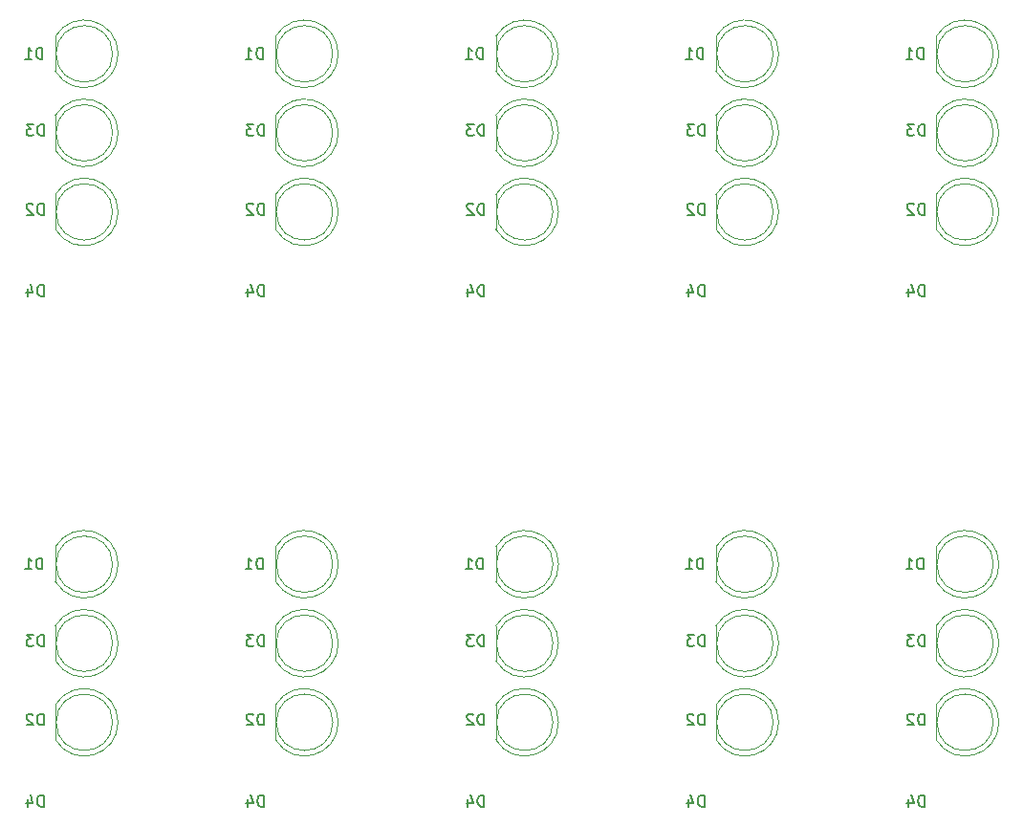
<source format=gbr>
%TF.GenerationSoftware,KiCad,Pcbnew,(5.1.9)-1*%
%TF.CreationDate,2022-04-08T02:00:15+08:00*%
%TF.ProjectId,LED_panelize,4c45445f-7061-46e6-956c-697a652e6b69,rev?*%
%TF.SameCoordinates,Original*%
%TF.FileFunction,Legend,Bot*%
%TF.FilePolarity,Positive*%
%FSLAX46Y46*%
G04 Gerber Fmt 4.6, Leading zero omitted, Abs format (unit mm)*
G04 Created by KiCad (PCBNEW (5.1.9)-1) date 2022-04-08 02:00:15*
%MOMM*%
%LPD*%
G01*
G04 APERTURE LIST*
%ADD10C,0.120000*%
%ADD11C,0.150000*%
G04 APERTURE END LIST*
D10*
%TO.C,D2*%
X179035000Y-127999538D02*
G75*
G02*
X173485000Y-129544830I-2990000J-462D01*
G01*
X179035000Y-128000462D02*
G75*
G03*
X173485000Y-126455170I-2990000J462D01*
G01*
X178545000Y-128000000D02*
G75*
G03*
X178545000Y-128000000I-2500000J0D01*
G01*
X173485000Y-129545000D02*
X173485000Y-126455000D01*
X159535000Y-127999538D02*
G75*
G02*
X153985000Y-129544830I-2990000J-462D01*
G01*
X159535000Y-128000462D02*
G75*
G03*
X153985000Y-126455170I-2990000J462D01*
G01*
X159045000Y-128000000D02*
G75*
G03*
X159045000Y-128000000I-2500000J0D01*
G01*
X153985000Y-129545000D02*
X153985000Y-126455000D01*
X140035000Y-127999538D02*
G75*
G02*
X134485000Y-129544830I-2990000J-462D01*
G01*
X140035000Y-128000462D02*
G75*
G03*
X134485000Y-126455170I-2990000J462D01*
G01*
X139545000Y-128000000D02*
G75*
G03*
X139545000Y-128000000I-2500000J0D01*
G01*
X134485000Y-129545000D02*
X134485000Y-126455000D01*
X120535000Y-127999538D02*
G75*
G02*
X114985000Y-129544830I-2990000J-462D01*
G01*
X120535000Y-128000462D02*
G75*
G03*
X114985000Y-126455170I-2990000J462D01*
G01*
X120045000Y-128000000D02*
G75*
G03*
X120045000Y-128000000I-2500000J0D01*
G01*
X114985000Y-129545000D02*
X114985000Y-126455000D01*
X101035000Y-127999538D02*
G75*
G02*
X95485000Y-129544830I-2990000J-462D01*
G01*
X101035000Y-128000462D02*
G75*
G03*
X95485000Y-126455170I-2990000J462D01*
G01*
X100545000Y-128000000D02*
G75*
G03*
X100545000Y-128000000I-2500000J0D01*
G01*
X95485000Y-129545000D02*
X95485000Y-126455000D01*
X179035000Y-82799538D02*
G75*
G02*
X173485000Y-84344830I-2990000J-462D01*
G01*
X179035000Y-82800462D02*
G75*
G03*
X173485000Y-81255170I-2990000J462D01*
G01*
X178545000Y-82800000D02*
G75*
G03*
X178545000Y-82800000I-2500000J0D01*
G01*
X173485000Y-84345000D02*
X173485000Y-81255000D01*
X159535000Y-82799538D02*
G75*
G02*
X153985000Y-84344830I-2990000J-462D01*
G01*
X159535000Y-82800462D02*
G75*
G03*
X153985000Y-81255170I-2990000J462D01*
G01*
X159045000Y-82800000D02*
G75*
G03*
X159045000Y-82800000I-2500000J0D01*
G01*
X153985000Y-84345000D02*
X153985000Y-81255000D01*
X140035000Y-82799538D02*
G75*
G02*
X134485000Y-84344830I-2990000J-462D01*
G01*
X140035000Y-82800462D02*
G75*
G03*
X134485000Y-81255170I-2990000J462D01*
G01*
X139545000Y-82800000D02*
G75*
G03*
X139545000Y-82800000I-2500000J0D01*
G01*
X134485000Y-84345000D02*
X134485000Y-81255000D01*
X120535000Y-82799538D02*
G75*
G02*
X114985000Y-84344830I-2990000J-462D01*
G01*
X120535000Y-82800462D02*
G75*
G03*
X114985000Y-81255170I-2990000J462D01*
G01*
X120045000Y-82800000D02*
G75*
G03*
X120045000Y-82800000I-2500000J0D01*
G01*
X114985000Y-84345000D02*
X114985000Y-81255000D01*
%TO.C,D1*%
X179035000Y-113999538D02*
G75*
G02*
X173485000Y-115544830I-2990000J-462D01*
G01*
X179035000Y-114000462D02*
G75*
G03*
X173485000Y-112455170I-2990000J462D01*
G01*
X178545000Y-114000000D02*
G75*
G03*
X178545000Y-114000000I-2500000J0D01*
G01*
X173485000Y-115545000D02*
X173485000Y-112455000D01*
X159535000Y-113999538D02*
G75*
G02*
X153985000Y-115544830I-2990000J-462D01*
G01*
X159535000Y-114000462D02*
G75*
G03*
X153985000Y-112455170I-2990000J462D01*
G01*
X159045000Y-114000000D02*
G75*
G03*
X159045000Y-114000000I-2500000J0D01*
G01*
X153985000Y-115545000D02*
X153985000Y-112455000D01*
X140035000Y-113999538D02*
G75*
G02*
X134485000Y-115544830I-2990000J-462D01*
G01*
X140035000Y-114000462D02*
G75*
G03*
X134485000Y-112455170I-2990000J462D01*
G01*
X139545000Y-114000000D02*
G75*
G03*
X139545000Y-114000000I-2500000J0D01*
G01*
X134485000Y-115545000D02*
X134485000Y-112455000D01*
X120535000Y-113999538D02*
G75*
G02*
X114985000Y-115544830I-2990000J-462D01*
G01*
X120535000Y-114000462D02*
G75*
G03*
X114985000Y-112455170I-2990000J462D01*
G01*
X120045000Y-114000000D02*
G75*
G03*
X120045000Y-114000000I-2500000J0D01*
G01*
X114985000Y-115545000D02*
X114985000Y-112455000D01*
X101035000Y-113999538D02*
G75*
G02*
X95485000Y-115544830I-2990000J-462D01*
G01*
X101035000Y-114000462D02*
G75*
G03*
X95485000Y-112455170I-2990000J462D01*
G01*
X100545000Y-114000000D02*
G75*
G03*
X100545000Y-114000000I-2500000J0D01*
G01*
X95485000Y-115545000D02*
X95485000Y-112455000D01*
X179035000Y-68799538D02*
G75*
G02*
X173485000Y-70344830I-2990000J-462D01*
G01*
X179035000Y-68800462D02*
G75*
G03*
X173485000Y-67255170I-2990000J462D01*
G01*
X178545000Y-68800000D02*
G75*
G03*
X178545000Y-68800000I-2500000J0D01*
G01*
X173485000Y-70345000D02*
X173485000Y-67255000D01*
X159535000Y-68799538D02*
G75*
G02*
X153985000Y-70344830I-2990000J-462D01*
G01*
X159535000Y-68800462D02*
G75*
G03*
X153985000Y-67255170I-2990000J462D01*
G01*
X159045000Y-68800000D02*
G75*
G03*
X159045000Y-68800000I-2500000J0D01*
G01*
X153985000Y-70345000D02*
X153985000Y-67255000D01*
X140035000Y-68799538D02*
G75*
G02*
X134485000Y-70344830I-2990000J-462D01*
G01*
X140035000Y-68800462D02*
G75*
G03*
X134485000Y-67255170I-2990000J462D01*
G01*
X139545000Y-68800000D02*
G75*
G03*
X139545000Y-68800000I-2500000J0D01*
G01*
X134485000Y-70345000D02*
X134485000Y-67255000D01*
X120535000Y-68799538D02*
G75*
G02*
X114985000Y-70344830I-2990000J-462D01*
G01*
X120535000Y-68800462D02*
G75*
G03*
X114985000Y-67255170I-2990000J462D01*
G01*
X120045000Y-68800000D02*
G75*
G03*
X120045000Y-68800000I-2500000J0D01*
G01*
X114985000Y-70345000D02*
X114985000Y-67255000D01*
%TO.C,D3*%
X179035000Y-120999538D02*
G75*
G02*
X173485000Y-122544830I-2990000J-462D01*
G01*
X179035000Y-121000462D02*
G75*
G03*
X173485000Y-119455170I-2990000J462D01*
G01*
X178545000Y-121000000D02*
G75*
G03*
X178545000Y-121000000I-2500000J0D01*
G01*
X173485000Y-122545000D02*
X173485000Y-119455000D01*
X159535000Y-120999538D02*
G75*
G02*
X153985000Y-122544830I-2990000J-462D01*
G01*
X159535000Y-121000462D02*
G75*
G03*
X153985000Y-119455170I-2990000J462D01*
G01*
X159045000Y-121000000D02*
G75*
G03*
X159045000Y-121000000I-2500000J0D01*
G01*
X153985000Y-122545000D02*
X153985000Y-119455000D01*
X140035000Y-120999538D02*
G75*
G02*
X134485000Y-122544830I-2990000J-462D01*
G01*
X140035000Y-121000462D02*
G75*
G03*
X134485000Y-119455170I-2990000J462D01*
G01*
X139545000Y-121000000D02*
G75*
G03*
X139545000Y-121000000I-2500000J0D01*
G01*
X134485000Y-122545000D02*
X134485000Y-119455000D01*
X120535000Y-120999538D02*
G75*
G02*
X114985000Y-122544830I-2990000J-462D01*
G01*
X120535000Y-121000462D02*
G75*
G03*
X114985000Y-119455170I-2990000J462D01*
G01*
X120045000Y-121000000D02*
G75*
G03*
X120045000Y-121000000I-2500000J0D01*
G01*
X114985000Y-122545000D02*
X114985000Y-119455000D01*
X101035000Y-120999538D02*
G75*
G02*
X95485000Y-122544830I-2990000J-462D01*
G01*
X101035000Y-121000462D02*
G75*
G03*
X95485000Y-119455170I-2990000J462D01*
G01*
X100545000Y-121000000D02*
G75*
G03*
X100545000Y-121000000I-2500000J0D01*
G01*
X95485000Y-122545000D02*
X95485000Y-119455000D01*
X179035000Y-75799538D02*
G75*
G02*
X173485000Y-77344830I-2990000J-462D01*
G01*
X179035000Y-75800462D02*
G75*
G03*
X173485000Y-74255170I-2990000J462D01*
G01*
X178545000Y-75800000D02*
G75*
G03*
X178545000Y-75800000I-2500000J0D01*
G01*
X173485000Y-77345000D02*
X173485000Y-74255000D01*
X159535000Y-75799538D02*
G75*
G02*
X153985000Y-77344830I-2990000J-462D01*
G01*
X159535000Y-75800462D02*
G75*
G03*
X153985000Y-74255170I-2990000J462D01*
G01*
X159045000Y-75800000D02*
G75*
G03*
X159045000Y-75800000I-2500000J0D01*
G01*
X153985000Y-77345000D02*
X153985000Y-74255000D01*
X140035000Y-75799538D02*
G75*
G02*
X134485000Y-77344830I-2990000J-462D01*
G01*
X140035000Y-75800462D02*
G75*
G03*
X134485000Y-74255170I-2990000J462D01*
G01*
X139545000Y-75800000D02*
G75*
G03*
X139545000Y-75800000I-2500000J0D01*
G01*
X134485000Y-77345000D02*
X134485000Y-74255000D01*
X120535000Y-75799538D02*
G75*
G02*
X114985000Y-77344830I-2990000J-462D01*
G01*
X120535000Y-75800462D02*
G75*
G03*
X114985000Y-74255170I-2990000J462D01*
G01*
X120045000Y-75800000D02*
G75*
G03*
X120045000Y-75800000I-2500000J0D01*
G01*
X114985000Y-77345000D02*
X114985000Y-74255000D01*
X95485000Y-77345000D02*
X95485000Y-74255000D01*
X100545000Y-75800000D02*
G75*
G03*
X100545000Y-75800000I-2500000J0D01*
G01*
X101035000Y-75800462D02*
G75*
G03*
X95485000Y-74255170I-2990000J462D01*
G01*
X101035000Y-75799538D02*
G75*
G02*
X95485000Y-77344830I-2990000J-462D01*
G01*
%TO.C,D2*%
X95485000Y-84345000D02*
X95485000Y-81255000D01*
X100545000Y-82800000D02*
G75*
G03*
X100545000Y-82800000I-2500000J0D01*
G01*
X101035000Y-82800462D02*
G75*
G03*
X95485000Y-81255170I-2990000J462D01*
G01*
X101035000Y-82799538D02*
G75*
G02*
X95485000Y-84344830I-2990000J-462D01*
G01*
%TO.C,D1*%
X95485000Y-70345000D02*
X95485000Y-67255000D01*
X100545000Y-68800000D02*
G75*
G03*
X100545000Y-68800000I-2500000J0D01*
G01*
X101035000Y-68800462D02*
G75*
G03*
X95485000Y-67255170I-2990000J462D01*
G01*
X101035000Y-68799538D02*
G75*
G02*
X95485000Y-70344830I-2990000J-462D01*
G01*
%TO.C,D4*%
D11*
X172438095Y-135452380D02*
X172438095Y-134452380D01*
X172200000Y-134452380D01*
X172057142Y-134500000D01*
X171961904Y-134595238D01*
X171914285Y-134690476D01*
X171866666Y-134880952D01*
X171866666Y-135023809D01*
X171914285Y-135214285D01*
X171961904Y-135309523D01*
X172057142Y-135404761D01*
X172200000Y-135452380D01*
X172438095Y-135452380D01*
X171009523Y-134785714D02*
X171009523Y-135452380D01*
X171247619Y-134404761D02*
X171485714Y-135119047D01*
X170866666Y-135119047D01*
X152938095Y-135452380D02*
X152938095Y-134452380D01*
X152700000Y-134452380D01*
X152557142Y-134500000D01*
X152461904Y-134595238D01*
X152414285Y-134690476D01*
X152366666Y-134880952D01*
X152366666Y-135023809D01*
X152414285Y-135214285D01*
X152461904Y-135309523D01*
X152557142Y-135404761D01*
X152700000Y-135452380D01*
X152938095Y-135452380D01*
X151509523Y-134785714D02*
X151509523Y-135452380D01*
X151747619Y-134404761D02*
X151985714Y-135119047D01*
X151366666Y-135119047D01*
X133438095Y-135452380D02*
X133438095Y-134452380D01*
X133200000Y-134452380D01*
X133057142Y-134500000D01*
X132961904Y-134595238D01*
X132914285Y-134690476D01*
X132866666Y-134880952D01*
X132866666Y-135023809D01*
X132914285Y-135214285D01*
X132961904Y-135309523D01*
X133057142Y-135404761D01*
X133200000Y-135452380D01*
X133438095Y-135452380D01*
X132009523Y-134785714D02*
X132009523Y-135452380D01*
X132247619Y-134404761D02*
X132485714Y-135119047D01*
X131866666Y-135119047D01*
X113938095Y-135452380D02*
X113938095Y-134452380D01*
X113700000Y-134452380D01*
X113557142Y-134500000D01*
X113461904Y-134595238D01*
X113414285Y-134690476D01*
X113366666Y-134880952D01*
X113366666Y-135023809D01*
X113414285Y-135214285D01*
X113461904Y-135309523D01*
X113557142Y-135404761D01*
X113700000Y-135452380D01*
X113938095Y-135452380D01*
X112509523Y-134785714D02*
X112509523Y-135452380D01*
X112747619Y-134404761D02*
X112985714Y-135119047D01*
X112366666Y-135119047D01*
X94438095Y-135452380D02*
X94438095Y-134452380D01*
X94200000Y-134452380D01*
X94057142Y-134500000D01*
X93961904Y-134595238D01*
X93914285Y-134690476D01*
X93866666Y-134880952D01*
X93866666Y-135023809D01*
X93914285Y-135214285D01*
X93961904Y-135309523D01*
X94057142Y-135404761D01*
X94200000Y-135452380D01*
X94438095Y-135452380D01*
X93009523Y-134785714D02*
X93009523Y-135452380D01*
X93247619Y-134404761D02*
X93485714Y-135119047D01*
X92866666Y-135119047D01*
X172438095Y-90252380D02*
X172438095Y-89252380D01*
X172200000Y-89252380D01*
X172057142Y-89300000D01*
X171961904Y-89395238D01*
X171914285Y-89490476D01*
X171866666Y-89680952D01*
X171866666Y-89823809D01*
X171914285Y-90014285D01*
X171961904Y-90109523D01*
X172057142Y-90204761D01*
X172200000Y-90252380D01*
X172438095Y-90252380D01*
X171009523Y-89585714D02*
X171009523Y-90252380D01*
X171247619Y-89204761D02*
X171485714Y-89919047D01*
X170866666Y-89919047D01*
X152938095Y-90252380D02*
X152938095Y-89252380D01*
X152700000Y-89252380D01*
X152557142Y-89300000D01*
X152461904Y-89395238D01*
X152414285Y-89490476D01*
X152366666Y-89680952D01*
X152366666Y-89823809D01*
X152414285Y-90014285D01*
X152461904Y-90109523D01*
X152557142Y-90204761D01*
X152700000Y-90252380D01*
X152938095Y-90252380D01*
X151509523Y-89585714D02*
X151509523Y-90252380D01*
X151747619Y-89204761D02*
X151985714Y-89919047D01*
X151366666Y-89919047D01*
X133438095Y-90252380D02*
X133438095Y-89252380D01*
X133200000Y-89252380D01*
X133057142Y-89300000D01*
X132961904Y-89395238D01*
X132914285Y-89490476D01*
X132866666Y-89680952D01*
X132866666Y-89823809D01*
X132914285Y-90014285D01*
X132961904Y-90109523D01*
X133057142Y-90204761D01*
X133200000Y-90252380D01*
X133438095Y-90252380D01*
X132009523Y-89585714D02*
X132009523Y-90252380D01*
X132247619Y-89204761D02*
X132485714Y-89919047D01*
X131866666Y-89919047D01*
X113938095Y-90252380D02*
X113938095Y-89252380D01*
X113700000Y-89252380D01*
X113557142Y-89300000D01*
X113461904Y-89395238D01*
X113414285Y-89490476D01*
X113366666Y-89680952D01*
X113366666Y-89823809D01*
X113414285Y-90014285D01*
X113461904Y-90109523D01*
X113557142Y-90204761D01*
X113700000Y-90252380D01*
X113938095Y-90252380D01*
X112509523Y-89585714D02*
X112509523Y-90252380D01*
X112747619Y-89204761D02*
X112985714Y-89919047D01*
X112366666Y-89919047D01*
%TO.C,D2*%
X172438095Y-128252380D02*
X172438095Y-127252380D01*
X172200000Y-127252380D01*
X172057142Y-127300000D01*
X171961904Y-127395238D01*
X171914285Y-127490476D01*
X171866666Y-127680952D01*
X171866666Y-127823809D01*
X171914285Y-128014285D01*
X171961904Y-128109523D01*
X172057142Y-128204761D01*
X172200000Y-128252380D01*
X172438095Y-128252380D01*
X171485714Y-127347619D02*
X171438095Y-127300000D01*
X171342857Y-127252380D01*
X171104761Y-127252380D01*
X171009523Y-127300000D01*
X170961904Y-127347619D01*
X170914285Y-127442857D01*
X170914285Y-127538095D01*
X170961904Y-127680952D01*
X171533333Y-128252380D01*
X170914285Y-128252380D01*
X152938095Y-128252380D02*
X152938095Y-127252380D01*
X152700000Y-127252380D01*
X152557142Y-127300000D01*
X152461904Y-127395238D01*
X152414285Y-127490476D01*
X152366666Y-127680952D01*
X152366666Y-127823809D01*
X152414285Y-128014285D01*
X152461904Y-128109523D01*
X152557142Y-128204761D01*
X152700000Y-128252380D01*
X152938095Y-128252380D01*
X151985714Y-127347619D02*
X151938095Y-127300000D01*
X151842857Y-127252380D01*
X151604761Y-127252380D01*
X151509523Y-127300000D01*
X151461904Y-127347619D01*
X151414285Y-127442857D01*
X151414285Y-127538095D01*
X151461904Y-127680952D01*
X152033333Y-128252380D01*
X151414285Y-128252380D01*
X133438095Y-128252380D02*
X133438095Y-127252380D01*
X133200000Y-127252380D01*
X133057142Y-127300000D01*
X132961904Y-127395238D01*
X132914285Y-127490476D01*
X132866666Y-127680952D01*
X132866666Y-127823809D01*
X132914285Y-128014285D01*
X132961904Y-128109523D01*
X133057142Y-128204761D01*
X133200000Y-128252380D01*
X133438095Y-128252380D01*
X132485714Y-127347619D02*
X132438095Y-127300000D01*
X132342857Y-127252380D01*
X132104761Y-127252380D01*
X132009523Y-127300000D01*
X131961904Y-127347619D01*
X131914285Y-127442857D01*
X131914285Y-127538095D01*
X131961904Y-127680952D01*
X132533333Y-128252380D01*
X131914285Y-128252380D01*
X113938095Y-128252380D02*
X113938095Y-127252380D01*
X113700000Y-127252380D01*
X113557142Y-127300000D01*
X113461904Y-127395238D01*
X113414285Y-127490476D01*
X113366666Y-127680952D01*
X113366666Y-127823809D01*
X113414285Y-128014285D01*
X113461904Y-128109523D01*
X113557142Y-128204761D01*
X113700000Y-128252380D01*
X113938095Y-128252380D01*
X112985714Y-127347619D02*
X112938095Y-127300000D01*
X112842857Y-127252380D01*
X112604761Y-127252380D01*
X112509523Y-127300000D01*
X112461904Y-127347619D01*
X112414285Y-127442857D01*
X112414285Y-127538095D01*
X112461904Y-127680952D01*
X113033333Y-128252380D01*
X112414285Y-128252380D01*
X94438095Y-128252380D02*
X94438095Y-127252380D01*
X94200000Y-127252380D01*
X94057142Y-127300000D01*
X93961904Y-127395238D01*
X93914285Y-127490476D01*
X93866666Y-127680952D01*
X93866666Y-127823809D01*
X93914285Y-128014285D01*
X93961904Y-128109523D01*
X94057142Y-128204761D01*
X94200000Y-128252380D01*
X94438095Y-128252380D01*
X93485714Y-127347619D02*
X93438095Y-127300000D01*
X93342857Y-127252380D01*
X93104761Y-127252380D01*
X93009523Y-127300000D01*
X92961904Y-127347619D01*
X92914285Y-127442857D01*
X92914285Y-127538095D01*
X92961904Y-127680952D01*
X93533333Y-128252380D01*
X92914285Y-128252380D01*
X172438095Y-83052380D02*
X172438095Y-82052380D01*
X172200000Y-82052380D01*
X172057142Y-82100000D01*
X171961904Y-82195238D01*
X171914285Y-82290476D01*
X171866666Y-82480952D01*
X171866666Y-82623809D01*
X171914285Y-82814285D01*
X171961904Y-82909523D01*
X172057142Y-83004761D01*
X172200000Y-83052380D01*
X172438095Y-83052380D01*
X171485714Y-82147619D02*
X171438095Y-82100000D01*
X171342857Y-82052380D01*
X171104761Y-82052380D01*
X171009523Y-82100000D01*
X170961904Y-82147619D01*
X170914285Y-82242857D01*
X170914285Y-82338095D01*
X170961904Y-82480952D01*
X171533333Y-83052380D01*
X170914285Y-83052380D01*
X152938095Y-83052380D02*
X152938095Y-82052380D01*
X152700000Y-82052380D01*
X152557142Y-82100000D01*
X152461904Y-82195238D01*
X152414285Y-82290476D01*
X152366666Y-82480952D01*
X152366666Y-82623809D01*
X152414285Y-82814285D01*
X152461904Y-82909523D01*
X152557142Y-83004761D01*
X152700000Y-83052380D01*
X152938095Y-83052380D01*
X151985714Y-82147619D02*
X151938095Y-82100000D01*
X151842857Y-82052380D01*
X151604761Y-82052380D01*
X151509523Y-82100000D01*
X151461904Y-82147619D01*
X151414285Y-82242857D01*
X151414285Y-82338095D01*
X151461904Y-82480952D01*
X152033333Y-83052380D01*
X151414285Y-83052380D01*
X133438095Y-83052380D02*
X133438095Y-82052380D01*
X133200000Y-82052380D01*
X133057142Y-82100000D01*
X132961904Y-82195238D01*
X132914285Y-82290476D01*
X132866666Y-82480952D01*
X132866666Y-82623809D01*
X132914285Y-82814285D01*
X132961904Y-82909523D01*
X133057142Y-83004761D01*
X133200000Y-83052380D01*
X133438095Y-83052380D01*
X132485714Y-82147619D02*
X132438095Y-82100000D01*
X132342857Y-82052380D01*
X132104761Y-82052380D01*
X132009523Y-82100000D01*
X131961904Y-82147619D01*
X131914285Y-82242857D01*
X131914285Y-82338095D01*
X131961904Y-82480952D01*
X132533333Y-83052380D01*
X131914285Y-83052380D01*
X113938095Y-83052380D02*
X113938095Y-82052380D01*
X113700000Y-82052380D01*
X113557142Y-82100000D01*
X113461904Y-82195238D01*
X113414285Y-82290476D01*
X113366666Y-82480952D01*
X113366666Y-82623809D01*
X113414285Y-82814285D01*
X113461904Y-82909523D01*
X113557142Y-83004761D01*
X113700000Y-83052380D01*
X113938095Y-83052380D01*
X112985714Y-82147619D02*
X112938095Y-82100000D01*
X112842857Y-82052380D01*
X112604761Y-82052380D01*
X112509523Y-82100000D01*
X112461904Y-82147619D01*
X112414285Y-82242857D01*
X112414285Y-82338095D01*
X112461904Y-82480952D01*
X113033333Y-83052380D01*
X112414285Y-83052380D01*
%TO.C,D1*%
X172338095Y-114452380D02*
X172338095Y-113452380D01*
X172100000Y-113452380D01*
X171957142Y-113500000D01*
X171861904Y-113595238D01*
X171814285Y-113690476D01*
X171766666Y-113880952D01*
X171766666Y-114023809D01*
X171814285Y-114214285D01*
X171861904Y-114309523D01*
X171957142Y-114404761D01*
X172100000Y-114452380D01*
X172338095Y-114452380D01*
X170814285Y-114452380D02*
X171385714Y-114452380D01*
X171100000Y-114452380D02*
X171100000Y-113452380D01*
X171195238Y-113595238D01*
X171290476Y-113690476D01*
X171385714Y-113738095D01*
X152838095Y-114452380D02*
X152838095Y-113452380D01*
X152600000Y-113452380D01*
X152457142Y-113500000D01*
X152361904Y-113595238D01*
X152314285Y-113690476D01*
X152266666Y-113880952D01*
X152266666Y-114023809D01*
X152314285Y-114214285D01*
X152361904Y-114309523D01*
X152457142Y-114404761D01*
X152600000Y-114452380D01*
X152838095Y-114452380D01*
X151314285Y-114452380D02*
X151885714Y-114452380D01*
X151600000Y-114452380D02*
X151600000Y-113452380D01*
X151695238Y-113595238D01*
X151790476Y-113690476D01*
X151885714Y-113738095D01*
X133338095Y-114452380D02*
X133338095Y-113452380D01*
X133100000Y-113452380D01*
X132957142Y-113500000D01*
X132861904Y-113595238D01*
X132814285Y-113690476D01*
X132766666Y-113880952D01*
X132766666Y-114023809D01*
X132814285Y-114214285D01*
X132861904Y-114309523D01*
X132957142Y-114404761D01*
X133100000Y-114452380D01*
X133338095Y-114452380D01*
X131814285Y-114452380D02*
X132385714Y-114452380D01*
X132100000Y-114452380D02*
X132100000Y-113452380D01*
X132195238Y-113595238D01*
X132290476Y-113690476D01*
X132385714Y-113738095D01*
X113838095Y-114452380D02*
X113838095Y-113452380D01*
X113600000Y-113452380D01*
X113457142Y-113500000D01*
X113361904Y-113595238D01*
X113314285Y-113690476D01*
X113266666Y-113880952D01*
X113266666Y-114023809D01*
X113314285Y-114214285D01*
X113361904Y-114309523D01*
X113457142Y-114404761D01*
X113600000Y-114452380D01*
X113838095Y-114452380D01*
X112314285Y-114452380D02*
X112885714Y-114452380D01*
X112600000Y-114452380D02*
X112600000Y-113452380D01*
X112695238Y-113595238D01*
X112790476Y-113690476D01*
X112885714Y-113738095D01*
X94338095Y-114452380D02*
X94338095Y-113452380D01*
X94100000Y-113452380D01*
X93957142Y-113500000D01*
X93861904Y-113595238D01*
X93814285Y-113690476D01*
X93766666Y-113880952D01*
X93766666Y-114023809D01*
X93814285Y-114214285D01*
X93861904Y-114309523D01*
X93957142Y-114404761D01*
X94100000Y-114452380D01*
X94338095Y-114452380D01*
X92814285Y-114452380D02*
X93385714Y-114452380D01*
X93100000Y-114452380D02*
X93100000Y-113452380D01*
X93195238Y-113595238D01*
X93290476Y-113690476D01*
X93385714Y-113738095D01*
X172338095Y-69252380D02*
X172338095Y-68252380D01*
X172100000Y-68252380D01*
X171957142Y-68300000D01*
X171861904Y-68395238D01*
X171814285Y-68490476D01*
X171766666Y-68680952D01*
X171766666Y-68823809D01*
X171814285Y-69014285D01*
X171861904Y-69109523D01*
X171957142Y-69204761D01*
X172100000Y-69252380D01*
X172338095Y-69252380D01*
X170814285Y-69252380D02*
X171385714Y-69252380D01*
X171100000Y-69252380D02*
X171100000Y-68252380D01*
X171195238Y-68395238D01*
X171290476Y-68490476D01*
X171385714Y-68538095D01*
X152838095Y-69252380D02*
X152838095Y-68252380D01*
X152600000Y-68252380D01*
X152457142Y-68300000D01*
X152361904Y-68395238D01*
X152314285Y-68490476D01*
X152266666Y-68680952D01*
X152266666Y-68823809D01*
X152314285Y-69014285D01*
X152361904Y-69109523D01*
X152457142Y-69204761D01*
X152600000Y-69252380D01*
X152838095Y-69252380D01*
X151314285Y-69252380D02*
X151885714Y-69252380D01*
X151600000Y-69252380D02*
X151600000Y-68252380D01*
X151695238Y-68395238D01*
X151790476Y-68490476D01*
X151885714Y-68538095D01*
X133338095Y-69252380D02*
X133338095Y-68252380D01*
X133100000Y-68252380D01*
X132957142Y-68300000D01*
X132861904Y-68395238D01*
X132814285Y-68490476D01*
X132766666Y-68680952D01*
X132766666Y-68823809D01*
X132814285Y-69014285D01*
X132861904Y-69109523D01*
X132957142Y-69204761D01*
X133100000Y-69252380D01*
X133338095Y-69252380D01*
X131814285Y-69252380D02*
X132385714Y-69252380D01*
X132100000Y-69252380D02*
X132100000Y-68252380D01*
X132195238Y-68395238D01*
X132290476Y-68490476D01*
X132385714Y-68538095D01*
X113838095Y-69252380D02*
X113838095Y-68252380D01*
X113600000Y-68252380D01*
X113457142Y-68300000D01*
X113361904Y-68395238D01*
X113314285Y-68490476D01*
X113266666Y-68680952D01*
X113266666Y-68823809D01*
X113314285Y-69014285D01*
X113361904Y-69109523D01*
X113457142Y-69204761D01*
X113600000Y-69252380D01*
X113838095Y-69252380D01*
X112314285Y-69252380D02*
X112885714Y-69252380D01*
X112600000Y-69252380D02*
X112600000Y-68252380D01*
X112695238Y-68395238D01*
X112790476Y-68490476D01*
X112885714Y-68538095D01*
%TO.C,D3*%
X172438095Y-121252380D02*
X172438095Y-120252380D01*
X172200000Y-120252380D01*
X172057142Y-120300000D01*
X171961904Y-120395238D01*
X171914285Y-120490476D01*
X171866666Y-120680952D01*
X171866666Y-120823809D01*
X171914285Y-121014285D01*
X171961904Y-121109523D01*
X172057142Y-121204761D01*
X172200000Y-121252380D01*
X172438095Y-121252380D01*
X171533333Y-120252380D02*
X170914285Y-120252380D01*
X171247619Y-120633333D01*
X171104761Y-120633333D01*
X171009523Y-120680952D01*
X170961904Y-120728571D01*
X170914285Y-120823809D01*
X170914285Y-121061904D01*
X170961904Y-121157142D01*
X171009523Y-121204761D01*
X171104761Y-121252380D01*
X171390476Y-121252380D01*
X171485714Y-121204761D01*
X171533333Y-121157142D01*
X152938095Y-121252380D02*
X152938095Y-120252380D01*
X152700000Y-120252380D01*
X152557142Y-120300000D01*
X152461904Y-120395238D01*
X152414285Y-120490476D01*
X152366666Y-120680952D01*
X152366666Y-120823809D01*
X152414285Y-121014285D01*
X152461904Y-121109523D01*
X152557142Y-121204761D01*
X152700000Y-121252380D01*
X152938095Y-121252380D01*
X152033333Y-120252380D02*
X151414285Y-120252380D01*
X151747619Y-120633333D01*
X151604761Y-120633333D01*
X151509523Y-120680952D01*
X151461904Y-120728571D01*
X151414285Y-120823809D01*
X151414285Y-121061904D01*
X151461904Y-121157142D01*
X151509523Y-121204761D01*
X151604761Y-121252380D01*
X151890476Y-121252380D01*
X151985714Y-121204761D01*
X152033333Y-121157142D01*
X133438095Y-121252380D02*
X133438095Y-120252380D01*
X133200000Y-120252380D01*
X133057142Y-120300000D01*
X132961904Y-120395238D01*
X132914285Y-120490476D01*
X132866666Y-120680952D01*
X132866666Y-120823809D01*
X132914285Y-121014285D01*
X132961904Y-121109523D01*
X133057142Y-121204761D01*
X133200000Y-121252380D01*
X133438095Y-121252380D01*
X132533333Y-120252380D02*
X131914285Y-120252380D01*
X132247619Y-120633333D01*
X132104761Y-120633333D01*
X132009523Y-120680952D01*
X131961904Y-120728571D01*
X131914285Y-120823809D01*
X131914285Y-121061904D01*
X131961904Y-121157142D01*
X132009523Y-121204761D01*
X132104761Y-121252380D01*
X132390476Y-121252380D01*
X132485714Y-121204761D01*
X132533333Y-121157142D01*
X113938095Y-121252380D02*
X113938095Y-120252380D01*
X113700000Y-120252380D01*
X113557142Y-120300000D01*
X113461904Y-120395238D01*
X113414285Y-120490476D01*
X113366666Y-120680952D01*
X113366666Y-120823809D01*
X113414285Y-121014285D01*
X113461904Y-121109523D01*
X113557142Y-121204761D01*
X113700000Y-121252380D01*
X113938095Y-121252380D01*
X113033333Y-120252380D02*
X112414285Y-120252380D01*
X112747619Y-120633333D01*
X112604761Y-120633333D01*
X112509523Y-120680952D01*
X112461904Y-120728571D01*
X112414285Y-120823809D01*
X112414285Y-121061904D01*
X112461904Y-121157142D01*
X112509523Y-121204761D01*
X112604761Y-121252380D01*
X112890476Y-121252380D01*
X112985714Y-121204761D01*
X113033333Y-121157142D01*
X94438095Y-121252380D02*
X94438095Y-120252380D01*
X94200000Y-120252380D01*
X94057142Y-120300000D01*
X93961904Y-120395238D01*
X93914285Y-120490476D01*
X93866666Y-120680952D01*
X93866666Y-120823809D01*
X93914285Y-121014285D01*
X93961904Y-121109523D01*
X94057142Y-121204761D01*
X94200000Y-121252380D01*
X94438095Y-121252380D01*
X93533333Y-120252380D02*
X92914285Y-120252380D01*
X93247619Y-120633333D01*
X93104761Y-120633333D01*
X93009523Y-120680952D01*
X92961904Y-120728571D01*
X92914285Y-120823809D01*
X92914285Y-121061904D01*
X92961904Y-121157142D01*
X93009523Y-121204761D01*
X93104761Y-121252380D01*
X93390476Y-121252380D01*
X93485714Y-121204761D01*
X93533333Y-121157142D01*
X172438095Y-76052380D02*
X172438095Y-75052380D01*
X172200000Y-75052380D01*
X172057142Y-75100000D01*
X171961904Y-75195238D01*
X171914285Y-75290476D01*
X171866666Y-75480952D01*
X171866666Y-75623809D01*
X171914285Y-75814285D01*
X171961904Y-75909523D01*
X172057142Y-76004761D01*
X172200000Y-76052380D01*
X172438095Y-76052380D01*
X171533333Y-75052380D02*
X170914285Y-75052380D01*
X171247619Y-75433333D01*
X171104761Y-75433333D01*
X171009523Y-75480952D01*
X170961904Y-75528571D01*
X170914285Y-75623809D01*
X170914285Y-75861904D01*
X170961904Y-75957142D01*
X171009523Y-76004761D01*
X171104761Y-76052380D01*
X171390476Y-76052380D01*
X171485714Y-76004761D01*
X171533333Y-75957142D01*
X152938095Y-76052380D02*
X152938095Y-75052380D01*
X152700000Y-75052380D01*
X152557142Y-75100000D01*
X152461904Y-75195238D01*
X152414285Y-75290476D01*
X152366666Y-75480952D01*
X152366666Y-75623809D01*
X152414285Y-75814285D01*
X152461904Y-75909523D01*
X152557142Y-76004761D01*
X152700000Y-76052380D01*
X152938095Y-76052380D01*
X152033333Y-75052380D02*
X151414285Y-75052380D01*
X151747619Y-75433333D01*
X151604761Y-75433333D01*
X151509523Y-75480952D01*
X151461904Y-75528571D01*
X151414285Y-75623809D01*
X151414285Y-75861904D01*
X151461904Y-75957142D01*
X151509523Y-76004761D01*
X151604761Y-76052380D01*
X151890476Y-76052380D01*
X151985714Y-76004761D01*
X152033333Y-75957142D01*
X133438095Y-76052380D02*
X133438095Y-75052380D01*
X133200000Y-75052380D01*
X133057142Y-75100000D01*
X132961904Y-75195238D01*
X132914285Y-75290476D01*
X132866666Y-75480952D01*
X132866666Y-75623809D01*
X132914285Y-75814285D01*
X132961904Y-75909523D01*
X133057142Y-76004761D01*
X133200000Y-76052380D01*
X133438095Y-76052380D01*
X132533333Y-75052380D02*
X131914285Y-75052380D01*
X132247619Y-75433333D01*
X132104761Y-75433333D01*
X132009523Y-75480952D01*
X131961904Y-75528571D01*
X131914285Y-75623809D01*
X131914285Y-75861904D01*
X131961904Y-75957142D01*
X132009523Y-76004761D01*
X132104761Y-76052380D01*
X132390476Y-76052380D01*
X132485714Y-76004761D01*
X132533333Y-75957142D01*
X113938095Y-76052380D02*
X113938095Y-75052380D01*
X113700000Y-75052380D01*
X113557142Y-75100000D01*
X113461904Y-75195238D01*
X113414285Y-75290476D01*
X113366666Y-75480952D01*
X113366666Y-75623809D01*
X113414285Y-75814285D01*
X113461904Y-75909523D01*
X113557142Y-76004761D01*
X113700000Y-76052380D01*
X113938095Y-76052380D01*
X113033333Y-75052380D02*
X112414285Y-75052380D01*
X112747619Y-75433333D01*
X112604761Y-75433333D01*
X112509523Y-75480952D01*
X112461904Y-75528571D01*
X112414285Y-75623809D01*
X112414285Y-75861904D01*
X112461904Y-75957142D01*
X112509523Y-76004761D01*
X112604761Y-76052380D01*
X112890476Y-76052380D01*
X112985714Y-76004761D01*
X113033333Y-75957142D01*
%TO.C,D4*%
X94438095Y-90252380D02*
X94438095Y-89252380D01*
X94200000Y-89252380D01*
X94057142Y-89300000D01*
X93961904Y-89395238D01*
X93914285Y-89490476D01*
X93866666Y-89680952D01*
X93866666Y-89823809D01*
X93914285Y-90014285D01*
X93961904Y-90109523D01*
X94057142Y-90204761D01*
X94200000Y-90252380D01*
X94438095Y-90252380D01*
X93009523Y-89585714D02*
X93009523Y-90252380D01*
X93247619Y-89204761D02*
X93485714Y-89919047D01*
X92866666Y-89919047D01*
%TO.C,D3*%
X94438095Y-76052380D02*
X94438095Y-75052380D01*
X94200000Y-75052380D01*
X94057142Y-75100000D01*
X93961904Y-75195238D01*
X93914285Y-75290476D01*
X93866666Y-75480952D01*
X93866666Y-75623809D01*
X93914285Y-75814285D01*
X93961904Y-75909523D01*
X94057142Y-76004761D01*
X94200000Y-76052380D01*
X94438095Y-76052380D01*
X93533333Y-75052380D02*
X92914285Y-75052380D01*
X93247619Y-75433333D01*
X93104761Y-75433333D01*
X93009523Y-75480952D01*
X92961904Y-75528571D01*
X92914285Y-75623809D01*
X92914285Y-75861904D01*
X92961904Y-75957142D01*
X93009523Y-76004761D01*
X93104761Y-76052380D01*
X93390476Y-76052380D01*
X93485714Y-76004761D01*
X93533333Y-75957142D01*
%TO.C,D2*%
X94438095Y-83052380D02*
X94438095Y-82052380D01*
X94200000Y-82052380D01*
X94057142Y-82100000D01*
X93961904Y-82195238D01*
X93914285Y-82290476D01*
X93866666Y-82480952D01*
X93866666Y-82623809D01*
X93914285Y-82814285D01*
X93961904Y-82909523D01*
X94057142Y-83004761D01*
X94200000Y-83052380D01*
X94438095Y-83052380D01*
X93485714Y-82147619D02*
X93438095Y-82100000D01*
X93342857Y-82052380D01*
X93104761Y-82052380D01*
X93009523Y-82100000D01*
X92961904Y-82147619D01*
X92914285Y-82242857D01*
X92914285Y-82338095D01*
X92961904Y-82480952D01*
X93533333Y-83052380D01*
X92914285Y-83052380D01*
%TO.C,D1*%
X94338095Y-69252380D02*
X94338095Y-68252380D01*
X94100000Y-68252380D01*
X93957142Y-68300000D01*
X93861904Y-68395238D01*
X93814285Y-68490476D01*
X93766666Y-68680952D01*
X93766666Y-68823809D01*
X93814285Y-69014285D01*
X93861904Y-69109523D01*
X93957142Y-69204761D01*
X94100000Y-69252380D01*
X94338095Y-69252380D01*
X92814285Y-69252380D02*
X93385714Y-69252380D01*
X93100000Y-69252380D02*
X93100000Y-68252380D01*
X93195238Y-68395238D01*
X93290476Y-68490476D01*
X93385714Y-68538095D01*
%TD*%
M02*

</source>
